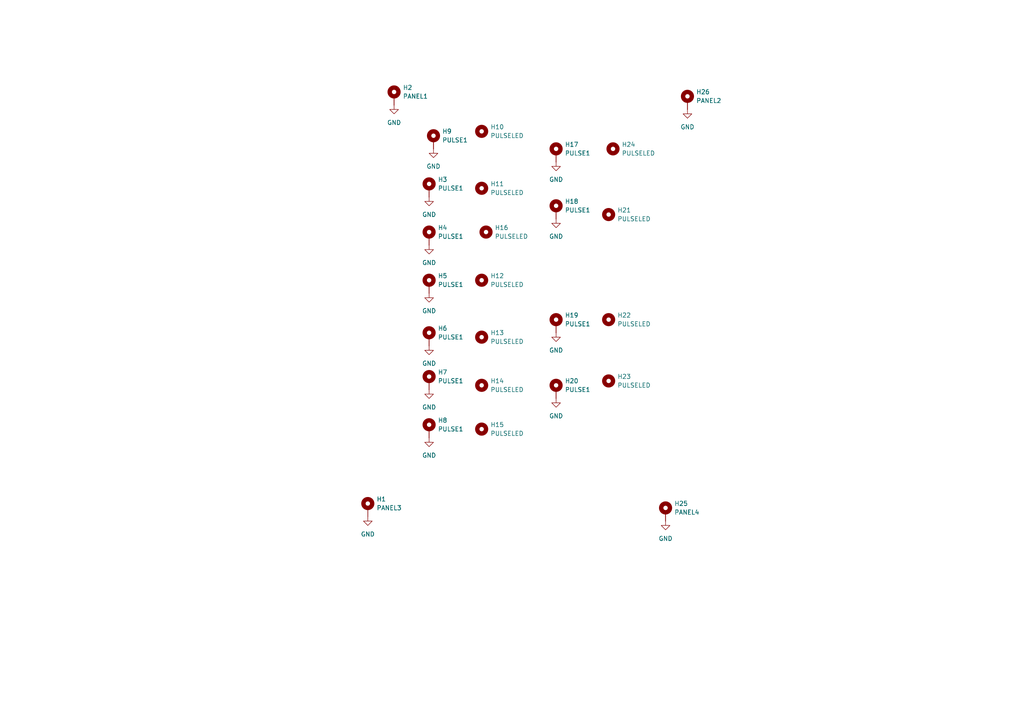
<source format=kicad_sch>
(kicad_sch (version 20211123) (generator eeschema)
  (paper "A4")
  (lib_symbols
    (symbol "Mechanical:MountingHole" (pin_names (offset 1.016))
      (property "Reference" "H" (at 0 5.08 0))
      (property "Value" "MountingHole" (at 0 3.175 0))
      (symbol "MountingHole_0_1"
        (circle (center 0 0) (radius 1.27) (stroke (width 1.27)))
      )
    )
    (symbol "Mechanical:MountingHole_Pad" (pin_numbers hide) (pin_names (offset 1.016) hide)
      (property "Reference" "H" (at 0 6.35 0))
      (property "Value" "MountingHole_Pad" (at 0 4.445 0))
      (symbol "MountingHole_Pad_0_1"
        (circle (center 0 1.27) (radius 1.27) (stroke (width 1.27)))
      )
      (symbol "MountingHole_Pad_1_1"
        (pin input line (at 0 -2.54 90) (length 2.54) (name "1") (number "1"))
      )
    )
    (symbol "power:GND" (power) (pin_names (offset 0))
      (property "Value" "GND" (at 0 -3.81 0))
      (symbol "GND_0_1"
        (polyline (pts (xy 0 0) (xy 0 -1.27) (xy 1.27 -1.27) (xy 0 -2.54) (xy -1.27 -1.27) (xy 0 -1.27)))
      )
      (symbol "GND_1_1"
        (pin power_in line (at 0 0 270) (length 0) hide (name "GND") (number "1"))
      )
    )
  )
  (symbol (lib_id "Mechanical:MountingHole_Pad") (at 161.29 113.03 0) (unit 1)
    (property "Reference" "H20" (at 163.83 110.4899 0) (effects (justify left)))
    (property "Value" "PULSE1" (at 163.83 113.03 0) (effects (justify left)))
    (property "Footprint" "Kosmo_panel:Kosmo_Jack_Hole" (effects hide))
  )
  (symbol (lib_id "Mechanical:MountingHole_Pad") (at 124.46 82.55 0) (unit 1)
    (property "Reference" "H5" (at 127 80.0099 0) (effects (justify left)))
    (property "Value" "PULSE1" (at 127 82.55 0) (effects (justify left)))
    (property "Footprint" "Kosmo_panel:Kosmo_Jack_Hole" (effects hide))
  )
  (symbol (lib_id "Mechanical:MountingHole") (at 139.7 38.1 0) (unit 1)
    (property "Reference" "H10" (at 142.24 36.8299 0) (effects (justify left)))
    (property "Value" "PULSELED" (at 142.24 39.37 0) (effects (justify left)))
    (property "Footprint" "Kosmo_panel:Kosmo_LED_Hole" (effects hide))
  )
  (symbol (lib_id "Mechanical:MountingHole") (at 139.7 111.76 0) (unit 1)
    (property "Reference" "H14" (at 142.24 110.4899 0) (effects (justify left)))
    (property "Value" "PULSELED" (at 142.24 113.03 0) (effects (justify left)))
    (property "Footprint" "Kosmo_panel:Kosmo_LED_Hole" (effects hide))
  )
  (symbol (lib_id "Mechanical:MountingHole_Pad") (at 161.29 93.98 0) (unit 1)
    (property "Reference" "H19" (at 163.83 91.4399 0) (effects (justify left)))
    (property "Value" "PULSE1" (at 163.83 93.98 0) (effects (justify left)))
    (property "Footprint" "Kosmo_panel:Kosmo_Jack_Hole" (effects hide))
  )
  (symbol (lib_id "Mechanical:MountingHole") (at 139.7 81.28 0) (unit 1)
    (property "Reference" "H12" (at 142.24 80.0099 0) (effects (justify left)))
    (property "Value" "PULSELED" (at 142.24 82.55 0) (effects (justify left)))
    (property "Footprint" "Kosmo_panel:Kosmo_LED_Hole" (effects hide))
  )
  (symbol (lib_id "Mechanical:MountingHole") (at 139.7 124.46 0) (unit 1)
    (property "Reference" "H15" (at 142.24 123.1899 0) (effects (justify left)))
    (property "Value" "PULSELED" (at 142.24 125.73 0) (effects (justify left)))
    (property "Footprint" "Kosmo_panel:Kosmo_LED_Hole" (effects hide))
  )
  (symbol (lib_id "power:GND") (at 124.46 57.15 0) (unit 1)
    (property "Reference" "#PWR03" (effects hide))
    (property "Value" "GND" (at 124.46 62.23 0))
  )
  (symbol (lib_id "Mechanical:MountingHole_Pad") (at 124.46 68.58 0) (unit 1)
    (property "Reference" "H4" (at 127 66.0399 0) (effects (justify left)))
    (property "Value" "PULSE1" (at 127 68.58 0) (effects (justify left)))
    (property "Footprint" "Kosmo_panel:Kosmo_Jack_Hole" (effects hide))
  )
  (symbol (lib_id "Mechanical:MountingHole_Pad") (at 114.3 27.94 0) (unit 1)
    (property "Reference" "H2" (at 116.84 25.3999 0) (effects (justify left)))
    (property "Value" "PANEL1" (at 116.84 27.9399 0) (effects (justify left)))
    (property "Footprint" "Kosmo_panel:Kosmo_Panel_Mounting_Hole" (effects hide))
  )
  (symbol (lib_id "power:GND") (at 124.46 127 0) (unit 1)
    (property "Reference" "#PWR08" (effects hide))
    (property "Value" "GND" (at 124.46 132.08 0))
  )
  (symbol (lib_id "power:GND") (at 161.29 115.57 0) (unit 1)
    (property "Reference" "#PWR013" (effects hide))
    (property "Value" "GND" (at 161.29 120.65 0))
  )
  (symbol (lib_id "power:GND") (at 199.39 31.75 0) (unit 1)
    (property "Reference" "#PWR015" (effects hide))
    (property "Value" "GND" (at 199.39 36.83 0))
  )
  (symbol (lib_id "Mechanical:MountingHole") (at 176.53 62.23 0) (unit 1)
    (property "Reference" "H21" (at 179.07 60.9599 0) (effects (justify left)))
    (property "Value" "PULSELED" (at 179.07 63.5 0) (effects (justify left)))
    (property "Footprint" "Kosmo_panel:Kosmo_LED_Hole" (effects hide))
  )
  (symbol (lib_id "power:GND") (at 124.46 85.09 0) (unit 1)
    (property "Reference" "#PWR05" (effects hide))
    (property "Value" "GND" (at 124.46 90.17 0))
  )
  (symbol (lib_id "power:GND") (at 114.3 30.48 0) (unit 1)
    (property "Reference" "#PWR02" (effects hide))
    (property "Value" "GND" (at 114.3 35.56 0))
  )
  (symbol (lib_id "power:GND") (at 193.04 151.13 0) (unit 1)
    (property "Reference" "#PWR014" (effects hide))
    (property "Value" "GND" (at 193.04 156.21 0))
  )
  (symbol (lib_id "Mechanical:MountingHole_Pad") (at 199.39 29.21 0) (unit 1)
    (property "Reference" "H26" (at 201.93 26.6699 0) (effects (justify left)))
    (property "Value" "PANEL2" (at 201.93 29.2099 0) (effects (justify left)))
    (property "Footprint" "Kosmo_panel:Kosmo_Panel_Mounting_Hole" (effects hide))
  )
  (symbol (lib_id "power:GND") (at 161.29 96.52 0) (unit 1)
    (property "Reference" "#PWR012" (effects hide))
    (property "Value" "GND" (at 161.29 101.6 0))
  )
  (symbol (lib_id "power:GND") (at 161.29 46.99 0) (unit 1)
    (property "Reference" "#PWR010" (effects hide))
    (property "Value" "GND" (at 161.29 52.07 0))
  )
  (symbol (lib_id "Mechanical:MountingHole_Pad") (at 161.29 44.45 0) (unit 1)
    (property "Reference" "H17" (at 163.83 41.9099 0) (effects (justify left)))
    (property "Value" "PULSE1" (at 163.83 44.45 0) (effects (justify left)))
    (property "Footprint" "Kosmo_panel:Kosmo_Jack_Hole" (effects hide))
  )
  (symbol (lib_id "Mechanical:MountingHole_Pad") (at 125.73 40.64 0) (unit 1)
    (property "Reference" "H9" (at 128.27 38.0999 0) (effects (justify left)))
    (property "Value" "PULSE1" (at 128.27 40.64 0) (effects (justify left)))
    (property "Footprint" "Kosmo_panel:Kosmo_Jack_Hole" (effects hide))
  )
  (symbol (lib_id "Mechanical:MountingHole_Pad") (at 124.46 110.49 0) (unit 1)
    (property "Reference" "H7" (at 127 107.9499 0) (effects (justify left)))
    (property "Value" "PULSE1" (at 127 110.49 0) (effects (justify left)))
    (property "Footprint" "Kosmo_panel:Kosmo_Jack_Hole" (effects hide))
  )
  (symbol (lib_id "Mechanical:MountingHole_Pad") (at 124.46 97.79 0) (unit 1)
    (property "Reference" "H6" (at 127 95.2499 0) (effects (justify left)))
    (property "Value" "PULSE1" (at 127 97.79 0) (effects (justify left)))
    (property "Footprint" "Kosmo_panel:Kosmo_Jack_Hole" (effects hide))
  )
  (symbol (lib_id "power:GND") (at 125.73 43.18 0) (unit 1)
    (property "Reference" "#PWR09" (effects hide))
    (property "Value" "GND" (at 125.73 48.26 0))
  )
  (symbol (lib_id "power:GND") (at 106.68 149.86 0) (unit 1)
    (property "Reference" "#PWR01" (effects hide))
    (property "Value" "GND" (at 106.68 154.94 0))
  )
  (symbol (lib_id "power:GND") (at 161.29 63.5 0) (unit 1)
    (property "Reference" "#PWR011" (effects hide))
    (property "Value" "GND" (at 161.29 68.58 0))
  )
  (symbol (lib_id "Mechanical:MountingHole") (at 176.53 110.49 0) (unit 1)
    (property "Reference" "H23" (at 179.07 109.2199 0) (effects (justify left)))
    (property "Value" "PULSELED" (at 179.07 111.76 0) (effects (justify left)))
    (property "Footprint" "Kosmo_panel:Kosmo_LED_Hole" (effects hide))
  )
  (symbol (lib_id "power:GND") (at 124.46 71.12 0) (unit 1)
    (property "Reference" "#PWR04" (effects hide))
    (property "Value" "GND" (at 124.46 76.2 0))
  )
  (symbol (lib_id "Mechanical:MountingHole") (at 176.53 92.71 0) (unit 1)
    (property "Reference" "H22" (at 179.07 91.4399 0) (effects (justify left)))
    (property "Value" "PULSELED" (at 179.07 93.98 0) (effects (justify left)))
    (property "Footprint" "Kosmo_panel:Kosmo_LED_Hole" (effects hide))
  )
  (symbol (lib_id "Mechanical:MountingHole") (at 139.7 54.61 0) (unit 1)
    (property "Reference" "H11" (at 142.24 53.3399 0) (effects (justify left)))
    (property "Value" "PULSELED" (at 142.24 55.88 0) (effects (justify left)))
    (property "Footprint" "Kosmo_panel:Kosmo_LED_Hole" (effects hide))
  )
  (symbol (lib_id "Mechanical:MountingHole_Pad") (at 193.04 148.59 0) (unit 1)
    (property "Reference" "H25" (at 195.58 146.0499 0) (effects (justify left)))
    (property "Value" "PANEL4" (at 195.58 148.5899 0) (effects (justify left)))
    (property "Footprint" "Kosmo_panel:Kosmo_Panel_Mounting_Hole" (effects hide))
  )
  (symbol (lib_id "power:GND") (at 124.46 113.03 0) (unit 1)
    (property "Reference" "#PWR07" (effects hide))
    (property "Value" "GND" (at 124.46 118.11 0))
  )
  (symbol (lib_id "Mechanical:MountingHole") (at 177.8 43.18 0) (unit 1)
    (property "Reference" "H24" (at 180.34 41.9099 0) (effects (justify left)))
    (property "Value" "PULSELED" (at 180.34 44.45 0) (effects (justify left)))
    (property "Footprint" "Kosmo_panel:Kosmo_LED_Hole" (effects hide))
  )
  (symbol (lib_id "Mechanical:MountingHole_Pad") (at 124.46 124.46 0) (unit 1)
    (property "Reference" "H8" (at 127 121.9199 0) (effects (justify left)))
    (property "Value" "PULSE1" (at 127 124.46 0) (effects (justify left)))
    (property "Footprint" "Kosmo_panel:Kosmo_Jack_Hole" (effects hide))
  )
  (symbol (lib_id "power:GND") (at 124.46 100.33 0) (unit 1)
    (property "Reference" "#PWR06" (effects hide))
    (property "Value" "GND" (at 124.46 105.41 0))
  )
  (symbol (lib_id "Mechanical:MountingHole_Pad") (at 124.46 54.61 0) (unit 1)
    (property "Reference" "H3" (at 127 52.0699 0) (effects (justify left)))
    (property "Value" "PULSE1" (at 127 54.61 0) (effects (justify left)))
    (property "Footprint" "Kosmo_panel:Kosmo_Jack_Hole" (effects hide))
  )
  (symbol (lib_id "Mechanical:MountingHole") (at 139.7 97.79 0) (unit 1)
    (property "Reference" "H13" (at 142.24 96.5199 0) (effects (justify left)))
    (property "Value" "PULSELED" (at 142.24 99.06 0) (effects (justify left)))
    (property "Footprint" "Kosmo_panel:Kosmo_LED_Hole" (effects hide))
  )
  (symbol (lib_id "Mechanical:MountingHole_Pad") (at 106.68 147.32 0) (unit 1)
    (property "Reference" "H1" (at 109.22 144.7799 0) (effects (justify left)))
    (property "Value" "PANEL3" (at 109.22 147.3199 0) (effects (justify left)))
    (property "Footprint" "Kosmo_panel:Kosmo_Panel_Mounting_Hole" (effects hide))
  )
  (symbol (lib_id "Mechanical:MountingHole") (at 140.97 67.31 0) (unit 1)
    (property "Reference" "H16" (at 143.51 66.0399 0) (effects (justify left)))
    (property "Value" "PULSELED" (at 143.51 68.58 0) (effects (justify left)))
    (property "Footprint" "Kosmo_panel:Kosmo_LED_Hole" (effects hide))
  )
  (symbol (lib_id "Mechanical:MountingHole_Pad") (at 161.29 60.96 0) (unit 1)
    (property "Reference" "H18" (at 163.83 58.4199 0) (effects (justify left)))
    (property "Value" "PULSE1" (at 163.83 60.96 0) (effects (justify left)))
    (property "Footprint" "Kosmo_panel:Kosmo_Jack_Hole" (effects hide))
  )
)
</source>
